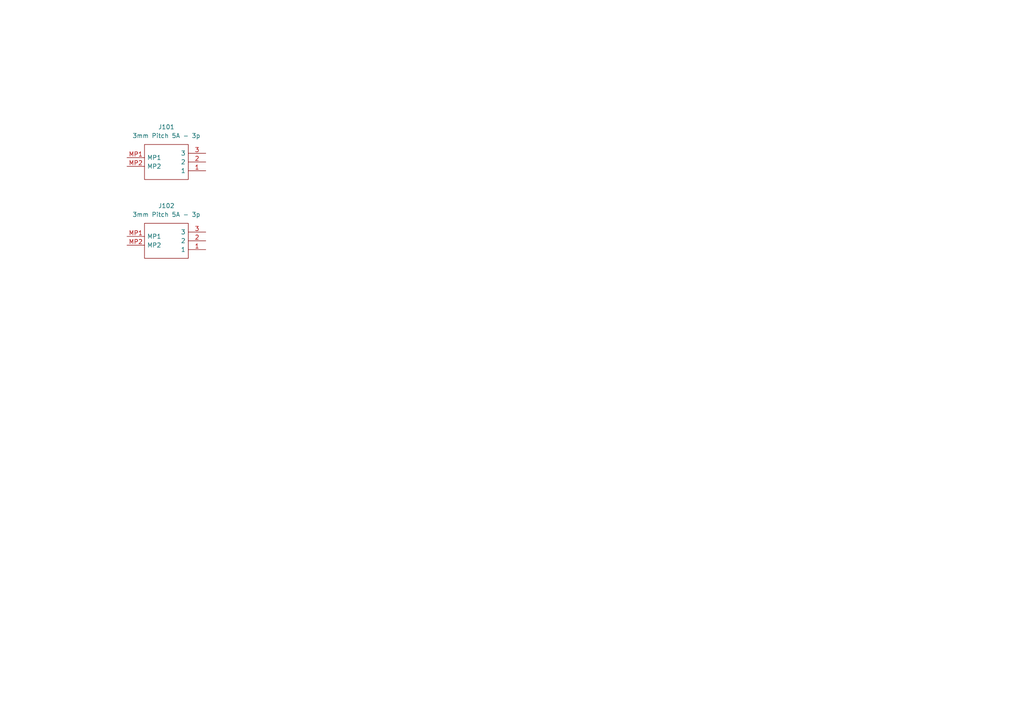
<source format=kicad_sch>
(kicad_sch (version 20230121) (generator eeschema)
  (paper "A4")
  (lib_symbols
    (symbol "RK_Connector_Terminals:3mm Pitch 5A - 3p" (pin_names (offset 0.762))
      (property "Reference" "J" (at 19.05 7.62 0))
      (property "Value" "3mm Pitch 5A - 3p" (at 19.05 5.08 0))
      (symbol "3mm Pitch 5A - 3p_0_0"
        (pin passive line (at 22.86 -5.08 180) (length 5.08) (name "1") (number "1"))
        (pin passive line (at 22.86 -2.54 180) (length 5.08) (name "2") (number "2"))
        (pin passive line (at 22.86 0 180) (length 5.08) (name "3") (number "3"))
        (pin passive line (at 0 -1.27 0) (length 5.08) (name "MP1") (number "MP1"))
        (pin passive line (at 0 -3.81 0) (length 5.08) (name "MP2") (number "MP2"))
      )
      (symbol "3mm Pitch 5A - 3p_0_1"
        (polyline (pts (xy 5.08 2.54) (xy 17.78 2.54) (xy 17.78 -7.62) (xy 5.08 -7.62) (xy 5.08 2.54)) (stroke (width 0.1524)))
      )
    )
  )
  (symbol (lib_id "RK_Connector_Terminals:3mm Pitch 5A - 3p") (at 36.83 67.31 0) (unit 1)
    (property "Reference" "J102" (at 48.26 59.69 0))
    (property "Value" "3mm Pitch 5A - 3p" (at 48.26 62.23 0))
    (property "Footprint" "RK_Connector_Terminals:20290303" (effects hide))
    (property "Datasheet" "https://www.te.com/commerce/DocumentDelivery/DDEController?Action=showdoc&DocId=Customer+Drawing%7F2029030%7FA5%7Fpdf%7FEnglish%7FENG_CD_2029030_A5.pdf%7F2029030-3" (effects hide))
    (property "Description" "3P MICRO MNL HDR ASY SR SIDE L" (effects hide))
    (property "Height" "4.37" (effects hide))
    (property "Mouser Part Number" "571-2029030-3" (effects hide))
    (property "Mouser Price/Stock" "https://www.mouser.co.uk/ProductDetail/TE-Connectivity-AMP/2029030-3?qs=oCkjK9vZCdeWWD4wdpn2qQ%3D%3D" (effects hide))
    (property "Manufacturer_Name" "TE Connectivity" (effects hide))
    (property "Manufacturer_Part_Number" "2029030-3" (effects hide))
    (property "JLC_Cost" "0.38" (effects hide))
    (property "JLC_Manufacturer" "XKB Connectivity" (effects hide))
    (property "JLC_PN" "C405941" (effects hide))
    (property "JLC_Type" "Extended" (effects hide))
  )
  (symbol (lib_id "RK_Connector_Terminals:3mm Pitch 5A - 3p") (at 36.83 44.45 0) (unit 1)
    (property "Reference" "J101" (at 48.26 36.83 0))
    (property "Value" "3mm Pitch 5A - 3p" (at 48.26 39.37 0))
    (property "Footprint" "RK_Connector_Terminals:20290303" (effects hide))
    (property "Datasheet" "https://www.te.com/commerce/DocumentDelivery/DDEController?Action=showdoc&DocId=Customer+Drawing%7F2029030%7FA5%7Fpdf%7FEnglish%7FENG_CD_2029030_A5.pdf%7F2029030-3" (effects hide))
    (property "Description" "3P MICRO MNL HDR ASY SR SIDE L" (effects hide))
    (property "Height" "4.37" (effects hide))
    (property "Mouser Part Number" "571-2029030-3" (effects hide))
    (property "Mouser Price/Stock" "https://www.mouser.co.uk/ProductDetail/TE-Connectivity-AMP/2029030-3?qs=oCkjK9vZCdeWWD4wdpn2qQ%3D%3D" (effects hide))
    (property "Manufacturer_Name" "TE Connectivity" (effects hide))
    (property "Manufacturer_Part_Number" "2029030-3" (effects hide))
    (property "JLC_Cost" "0.38" (effects hide))
    (property "JLC_Manufacturer" "XKB Connectivity" (effects hide))
    (property "JLC_PN" "C405941" (effects hide))
    (property "JLC_Type" "Extended" (effects hide))
  )
)
</source>
